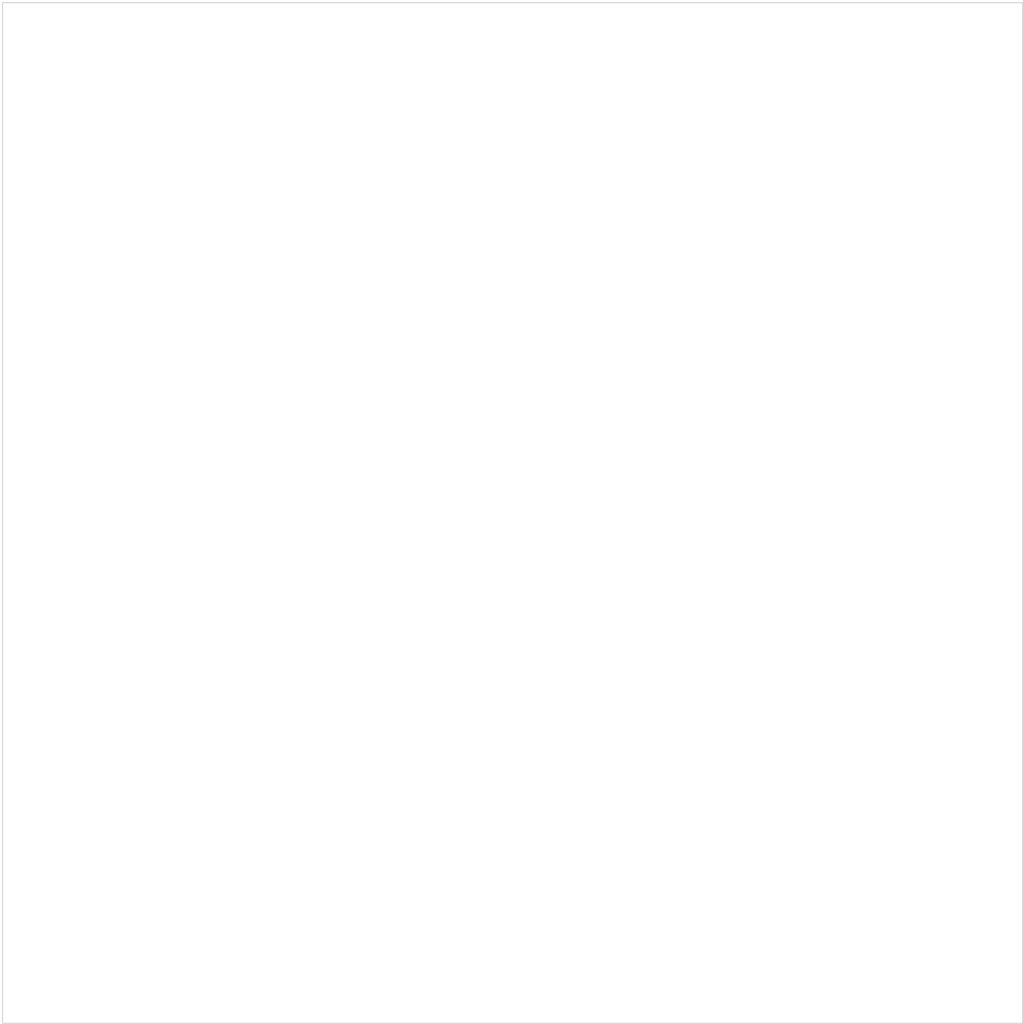
<source format=kicad_pcb>
(kicad_pcb (version 20211014) (generator pcbnew)
  (layers (0 "F.Cu" signal) (31 "B.Cu" signal) (34 "B.Paste" user) (35 "F.Paste" user) (36 "B.SilkS" user "B.Silkscreen") (37 "F.SilkS" user "F.Silkscreen") (38 "B.Mask" user) (39 "F.Mask" user) (44 "Edge.Cuts" user))
  (net 0 "")
  (footprint "" (layer "F.Cu") (at 0 0)
    (fp_text reference "" hide)
    (fp_text value "" hide)
  )
  (gr_line (start 0 0) (end 100 0) (layer "Edge.Cuts") (width 0.1))
  (gr_line (start 100 0) (end 100 100) (layer "Edge.Cuts") (width 0.1))
  (gr_line (start 100 100) (end 0 100) (layer "Edge.Cuts") (width 0.1))
  (gr_line (start 0 100) (end 0 0) (layer "Edge.Cuts") (width 0.1))
)
</source>
